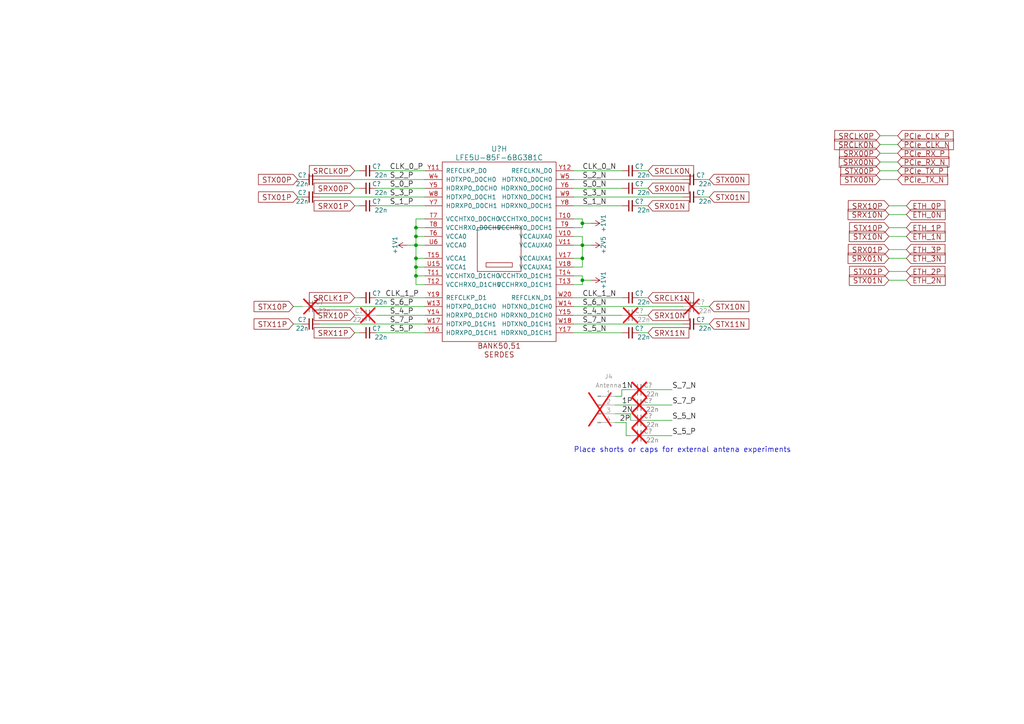
<source format=kicad_sch>
(kicad_sch (version 20231120) (generator "eeschema") (generator_version "8.0")
  (paper "A4")
  (title_block (title "${project_name}") (date "2025-04-05") (rev "${project_version}") (company "${project_creator}") (comment 1 "${project_license}") (comment 2 "License: CERN-OHL-S v2"))
  (junction (at 168.91 64.77))
  (junction (at 120.65 80.01))
  (junction (at 120.65 71.12))
  (junction (at 168.91 81.28))
  (junction (at 120.65 77.47))
  (junction (at 120.65 68.58))
  (junction (at 120.65 66.04))
  (junction (at 168.91 74.93))
  (junction (at 168.91 71.12))
  (junction (at 120.65 74.93))
  (wire (pts (xy 123.19 82.55) (xy 120.65 82.55)))
  (wire (pts (xy 104.14 96.52) (xy 102.87 96.52)))
  (wire (pts (xy 260.35 46.99) (xy 255.27 46.99)))
  (wire (pts (xy 123.19 77.47) (xy 120.65 77.47)))
  (wire (pts (xy 120.65 68.58) (xy 120.65 71.12)))
  (wire (pts (xy 187.96 113.03) (xy 194.945 113.03)))
  (wire (pts (xy 102.87 91.44) (xy 104.14 91.44)))
  (wire (pts (xy 166.37 52.07) (xy 198.12 52.07)))
  (wire (pts (xy 166.37 80.01) (xy 168.91 80.01)))
  (wire (pts (xy 123.19 68.58) (xy 120.65 68.58)))
  (wire (pts (xy 185.42 54.61) (xy 187.96 54.61)))
  (wire (pts (xy 205.74 52.07) (xy 203.2 52.07)))
  (wire (pts (xy 187.96 117.475) (xy 194.945 117.475)))
  (wire (pts (xy 118.11 71.12) (xy 120.65 71.12)))
  (wire (pts (xy 178.435 117.475) (xy 182.88 117.475)))
  (wire (pts (xy 168.91 63.5) (xy 168.91 64.77)))
  (wire (pts (xy 257.81 78.74) (xy 262.89 78.74)))
  (wire (pts (xy 109.22 49.53) (xy 123.19 49.53)))
  (wire (pts (xy 166.37 57.15) (xy 198.12 57.15)))
  (wire (pts (xy 257.81 66.04) (xy 262.89 66.04)))
  (wire (pts (xy 166.37 74.93) (xy 168.91 74.93)))
  (wire (pts (xy 255.27 39.37) (xy 260.35 39.37)))
  (wire (pts (xy 187.96 91.44) (xy 185.42 91.44)))
  (wire (pts (xy 123.19 52.07) (xy 92.71 52.07)))
  (wire (pts (xy 262.89 62.23) (xy 257.81 62.23)))
  (wire (pts (xy 109.22 54.61) (xy 123.19 54.61)))
  (wire (pts (xy 120.65 74.93) (xy 120.65 77.47)))
  (wire (pts (xy 168.91 64.77) (xy 168.91 66.04)))
  (wire (pts (xy 166.37 93.98) (xy 198.12 93.98)))
  (wire (pts (xy 92.71 93.98) (xy 123.19 93.98)))
  (wire (pts (xy 168.91 71.12) (xy 168.91 74.93)))
  (wire (pts (xy 255.27 49.53) (xy 260.35 49.53)))
  (wire (pts (xy 120.65 77.47) (xy 120.65 80.01)))
  (wire (pts (xy 178.435 114.935) (xy 180.34 114.935)))
  (wire (pts (xy 120.65 80.01) (xy 120.65 82.55)))
  (wire (pts (xy 166.37 77.47) (xy 168.91 77.47)))
  (wire (pts (xy 168.91 68.58) (xy 168.91 71.12)))
  (wire (pts (xy 181.61 126.365) (xy 182.88 126.365)))
  (wire (pts (xy 120.65 71.12) (xy 120.65 74.93)))
  (wire (pts (xy 257.81 59.69) (xy 262.89 59.69)))
  (wire (pts (xy 178.435 122.555) (xy 181.61 122.555)))
  (wire (pts (xy 205.74 93.98) (xy 203.2 93.98)))
  (wire (pts (xy 102.87 59.69) (xy 104.14 59.69)))
  (wire (pts (xy 262.89 81.28) (xy 257.81 81.28)))
  (wire (pts (xy 185.42 96.52) (xy 187.96 96.52)))
  (wire (pts (xy 180.34 113.03) (xy 182.88 113.03)))
  (wire (pts (xy 102.87 54.61) (xy 104.14 54.61)))
  (wire (pts (xy 166.37 68.58) (xy 168.91 68.58)))
  (wire (pts (xy 168.91 81.28) (xy 171.45 81.28)))
  (wire (pts (xy 187.96 86.36) (xy 185.42 86.36)))
  (wire (pts (xy 123.19 86.36) (xy 109.22 86.36)))
  (wire (pts (xy 198.12 88.9) (xy 166.37 88.9)))
  (wire (pts (xy 168.91 71.12) (xy 171.45 71.12)))
  (wire (pts (xy 123.19 96.52) (xy 109.22 96.52)))
  (wire (pts (xy 168.91 80.01) (xy 168.91 81.28)))
  (wire (pts (xy 104.14 86.36) (xy 102.87 86.36)))
  (wire (pts (xy 85.09 88.9) (xy 87.63 88.9)))
  (wire (pts (xy 180.34 96.52) (xy 166.37 96.52)))
  (wire (pts (xy 180.34 114.935) (xy 180.34 113.03)))
  (wire (pts (xy 109.22 91.44) (xy 123.19 91.44)))
  (wire (pts (xy 185.42 59.69) (xy 187.96 59.69)))
  (wire (pts (xy 203.2 88.9) (xy 205.74 88.9)))
  (wire (pts (xy 255.27 44.45) (xy 260.35 44.45)))
  (wire (pts (xy 181.61 122.555) (xy 181.61 126.365)))
  (wire (pts (xy 123.19 63.5) (xy 120.65 63.5)))
  (wire (pts (xy 102.87 49.53) (xy 104.14 49.53)))
  (wire (pts (xy 178.435 120.015) (xy 182.88 120.015)))
  (wire (pts (xy 187.96 126.365) (xy 194.945 126.365)))
  (wire (pts (xy 87.63 93.98) (xy 85.09 93.98)))
  (wire (pts (xy 123.19 57.15) (xy 92.71 57.15)))
  (wire (pts (xy 166.37 59.69) (xy 180.34 59.69)))
  (wire (pts (xy 166.37 49.53) (xy 180.34 49.53)))
  (wire (pts (xy 182.88 120.015) (xy 182.88 121.92)))
  (wire (pts (xy 187.96 121.92) (xy 194.945 121.92)))
  (wire (pts (xy 262.89 68.58) (xy 257.81 68.58)))
  (wire (pts (xy 166.37 91.44) (xy 180.34 91.44)))
  (wire (pts (xy 168.91 81.28) (xy 168.91 82.55)))
  (wire (pts (xy 120.65 66.04) (xy 120.65 68.58)))
  (wire (pts (xy 166.37 54.61) (xy 180.34 54.61)))
  (wire (pts (xy 260.35 52.07) (xy 255.27 52.07)))
  (wire (pts (xy 166.37 82.55) (xy 168.91 82.55)))
  (wire (pts (xy 203.2 57.15) (xy 205.74 57.15)))
  (wire (pts (xy 166.37 66.04) (xy 168.91 66.04)))
  (wire (pts (xy 123.19 71.12) (xy 120.65 71.12)))
  (wire (pts (xy 120.65 63.5) (xy 120.65 66.04)))
  (wire (pts (xy 180.34 86.36) (xy 166.37 86.36)))
  (wire (pts (xy 168.91 64.77) (xy 171.45 64.77)))
  (wire (pts (xy 166.37 63.5) (xy 168.91 63.5)))
  (wire (pts (xy 123.19 88.9) (xy 92.71 88.9)))
  (wire (pts (xy 185.42 49.53) (xy 187.96 49.53)))
  (wire (pts (xy 86.36 57.15) (xy 87.63 57.15)))
  (wire (pts (xy 123.19 74.93) (xy 120.65 74.93)))
  (wire (pts (xy 262.89 74.93) (xy 257.81 74.93)))
  (wire (pts (xy 123.19 80.01) (xy 120.65 80.01)))
  (wire (pts (xy 260.35 41.91) (xy 255.27 41.91)))
  (wire (pts (xy 166.37 71.12) (xy 168.91 71.12)))
  (wire (pts (xy 109.22 59.69) (xy 123.19 59.69)))
  (wire (pts (xy 257.81 72.39) (xy 262.89 72.39)))
  (wire (pts (xy 168.91 74.93) (xy 168.91 77.47)))
  (wire (pts (xy 123.19 66.04) (xy 120.65 66.04)))
  (wire (pts (xy 86.36 52.07) (xy 87.63 52.07)))
  (text "Place shorts or caps for external antena experiments" (at 166.37 131.445 0) (effects (font (size 1.524 1.524)) (justify left bottom)))
  (label "S_5_N" (at 168.91 96.52 0) (effects (font (size 1.524 1.524))))
  (label "2N" (at 180.34 120.015 0) (effects (font (size 1.524 1.524))))
  (label "S_7_P" (at 113.03 93.98 0) (effects (font (size 1.524 1.524))))
  (label "CLK_1_P" (at 111.76 86.36 0) (effects (font (size 1.524 1.524))))
  (label "2P" (at 179.705 122.555 0) (effects (font (size 1.524 1.524))))
  (label "S_5_P" (at 194.945 126.365 0) (effects (font (size 1.524 1.524))))
  (label "S_1_P" (at 113.03 59.69 0) (effects (font (size 1.524 1.524))))
  (label "S_3_P" (at 113.03 57.15 0) (effects (font (size 1.524 1.524))))
  (label "CLK_0_P" (at 113.03 49.53 0) (effects (font (size 1.524 1.524))))
  (label "S_0_P" (at 113.03 54.61 0) (effects (font (size 1.524 1.524))))
  (label "S_6_P" (at 113.03 88.9 0) (effects (font (size 1.524 1.524))))
  (label "S_2_P" (at 113.03 52.07 0) (effects (font (size 1.524 1.524))))
  (label "S_4_P" (at 113.03 91.44 0) (effects (font (size 1.524 1.524))))
  (label "S_7_P" (at 194.945 117.475 0) (effects (font (size 1.524 1.524))))
  (label "S_1_N" (at 168.91 59.69 0) (effects (font (size 1.524 1.524))))
  (label "S_3_N" (at 168.91 57.15 0) (effects (font (size 1.524 1.524))))
  (label "CLK_0_N" (at 168.91 49.53 0) (effects (font (size 1.524 1.524))))
  (label "S_2_N" (at 168.91 52.07 0) (effects (font (size 1.524 1.524))))
  (label "S_7_N" (at 194.945 113.03 0) (effects (font (size 1.524 1.524))))
  (label "CLK_1_N" (at 168.91 86.36 0) (effects (font (size 1.524 1.524))))
  (label "S_7_N" (at 168.91 93.98 0) (effects (font (size 1.524 1.524))))
  (label "S_4_N" (at 168.91 91.44 0) (effects (font (size 1.524 1.524))))
  (label "S_6_N" (at 168.91 88.9 0) (effects (font (size 1.524 1.524))))
  (label "1P" (at 180.34 117.475 0) (effects (font (size 1.524 1.524))))
  (label "S_5_P" (at 113.03 96.52 0) (effects (font (size 1.524 1.524))))
  (label "S_5_N" (at 194.945 121.92 0) (effects (font (size 1.524 1.524))))
  (label "S_0_N" (at 168.91 54.61 0) (effects (font (size 1.524 1.524))))
  (label "1N" (at 180.34 113.03 0) (effects (font (size 1.524 1.524))))
  (global_label "PCIe_RX_N" (shape input) (at 260.35 46.99 0) (effects (font (size 1.524 1.524))) (property "Intersheetrefs" "${INTERSHEET_REFS}" (effects (hide yes))))
  (global_label "ETH_3N" (shape input) (at 262.89 74.93 0) (effects (font (size 1.524 1.524))) (property "Intersheetrefs" "${INTERSHEET_REFS}" (effects (hide yes))))
  (global_label "SRX00N" (shape input) (at 255.27 46.99 180) (effects (font (size 1.524 1.524))) (property "Intersheetrefs" "${INTERSHEET_REFS}" (effects (hide yes))))
  (global_label "STX10N" (shape input) (at 205.74 88.9 0) (effects (font (size 1.524 1.524))) (property "Intersheetrefs" "${INTERSHEET_REFS}" (effects (hide yes))))
  (global_label "SRX11N" (shape input) (at 187.96 96.52 0) (effects (font (size 1.524 1.524))) (property "Intersheetrefs" "${INTERSHEET_REFS}" (effects (hide yes))))
  (global_label "STX00N" (shape input) (at 255.27 52.07 180) (effects (font (size 1.524 1.524))) (property "Intersheetrefs" "${INTERSHEET_REFS}" (effects (hide yes))))
  (global_label "PCIe_CLK_P" (shape input) (at 260.35 39.37 0) (effects (font (size 1.524 1.524))) (property "Intersheetrefs" "${INTERSHEET_REFS}" (effects (hide yes))))
  (global_label "PCIe_RX_P" (shape input) (at 260.35 44.45 0) (effects (font (size 1.524 1.524))) (property "Intersheetrefs" "${INTERSHEET_REFS}" (effects (hide yes))))
  (global_label "ETH_0N" (shape input) (at 262.89 62.23 0) (effects (font (size 1.524 1.524))) (property "Intersheetrefs" "${INTERSHEET_REFS}" (effects (hide yes))))
  (global_label "ETH_1P" (shape input) (at 262.89 66.04 0) (effects (font (size 1.524 1.524))) (property "Intersheetrefs" "${INTERSHEET_REFS}" (effects (hide yes))))
  (global_label "SRCLK1N" (shape input) (at 187.96 86.36 0) (effects (font (size 1.524 1.524))) (property "Intersheetrefs" "${INTERSHEET_REFS}" (effects (hide yes))))
  (global_label "ETH_3P" (shape input) (at 262.89 72.39 0) (effects (font (size 1.524 1.524))) (property "Intersheetrefs" "${INTERSHEET_REFS}" (effects (hide yes))))
  (global_label "STX00P" (shape input) (at 255.27 49.53 180) (effects (font (size 1.524 1.524))) (property "Intersheetrefs" "${INTERSHEET_REFS}" (effects (hide yes))))
  (global_label "SRX01N" (shape input) (at 257.81 74.93 180) (effects (font (size 1.524 1.524))) (property "Intersheetrefs" "${INTERSHEET_REFS}" (effects (hide yes))))
  (global_label "STX01N" (shape input) (at 257.81 81.28 180) (effects (font (size 1.524 1.524))) (property "Intersheetrefs" "${INTERSHEET_REFS}" (effects (hide yes))))
  (global_label "SRX11P" (shape input) (at 102.87 96.52 180) (effects (font (size 1.524 1.524))) (property "Intersheetrefs" "${INTERSHEET_REFS}" (effects (hide yes))))
  (global_label "PCIe_TX_N" (shape input) (at 260.35 52.07 0) (effects (font (size 1.524 1.524))) (property "Intersheetrefs" "${INTERSHEET_REFS}" (effects (hide yes))))
  (global_label "STX10P" (shape input) (at 257.81 66.04 180) (effects (font (size 1.524 1.524))) (property "Intersheetrefs" "${INTERSHEET_REFS}" (effects (hide yes))))
  (global_label "STX11N" (shape input) (at 205.74 93.98 0) (effects (font (size 1.524 1.524))) (property "Intersheetrefs" "${INTERSHEET_REFS}" (effects (hide yes))))
  (global_label "ETH_2P" (shape input) (at 262.89 78.74 0) (effects (font (size 1.524 1.524))) (property "Intersheetrefs" "${INTERSHEET_REFS}" (effects (hide yes))))
  (global_label "STX00P" (shape input) (at 86.36 52.07 180) (effects (font (size 1.524 1.524))) (property "Intersheetrefs" "${INTERSHEET_REFS}" (effects (hide yes))))
  (global_label "SRX00P" (shape input) (at 102.87 54.61 180) (effects (font (size 1.524 1.524))) (property "Intersheetrefs" "${INTERSHEET_REFS}" (effects (hide yes))))
  (global_label "ETH_1N" (shape input) (at 262.89 68.58 0) (effects (font (size 1.524 1.524))) (property "Intersheetrefs" "${INTERSHEET_REFS}" (effects (hide yes))))
  (global_label "STX00N" (shape input) (at 205.74 52.07 0) (effects (font (size 1.524 1.524))) (property "Intersheetrefs" "${INTERSHEET_REFS}" (effects (hide yes))))
  (global_label "SRCLK0P" (shape input) (at 102.87 49.53 180) (effects (font (size 1.524 1.524))) (property "Intersheetrefs" "${INTERSHEET_REFS}" (effects (hide yes))))
  (global_label "SRX01N" (shape input) (at 187.96 59.69 0) (effects (font (size 1.524 1.524))) (property "Intersheetrefs" "${INTERSHEET_REFS}" (effects (hide yes))))
  (global_label "STX01N" (shape input) (at 205.74 57.15 0) (effects (font (size 1.524 1.524))) (property "Intersheetrefs" "${INTERSHEET_REFS}" (effects (hide yes))))
  (global_label "SRCLK0N" (shape input) (at 187.96 49.53 0) (effects (font (size 1.524 1.524))) (property "Intersheetrefs" "${INTERSHEET_REFS}" (effects (hide yes))))
  (global_label "SRX10P" (shape input) (at 257.81 59.69 180) (effects (font (size 1.524 1.524))) (property "Intersheetrefs" "${INTERSHEET_REFS}" (effects (hide yes))))
  (global_label "STX01P" (shape input) (at 257.81 78.74 180) (effects (font (size 1.524 1.524))) (property "Intersheetrefs" "${INTERSHEET_REFS}" (effects (hide yes))))
  (global_label "SRCLK0N" (shape input) (at 255.27 41.91 180) (effects (font (size 1.524 1.524))) (property "Intersheetrefs" "${INTERSHEET_REFS}" (effects (hide yes))))
  (global_label "STX10N" (shape input) (at 257.81 68.58 180) (effects (font (size 1.524 1.524))) (property "Intersheetrefs" "${INTERSHEET_REFS}" (effects (hide yes))))
  (global_label "SRX10P" (shape input) (at 102.87 91.44 180) (effects (font (size 1.524 1.524))) (property "Intersheetrefs" "${INTERSHEET_REFS}" (effects (hide yes))))
  (global_label "PCIe_CLK_N" (shape input) (at 260.35 41.91 0) (effects (font (size 1.524 1.524))) (property "Intersheetrefs" "${INTERSHEET_REFS}" (effects (hide yes))))
  (global_label "SRX00N" (shape input) (at 187.96 54.61 0) (effects (font (size 1.524 1.524))) (property "Intersheetrefs" "${INTERSHEET_REFS}" (effects (hide yes))))
  (global_label "STX11P" (shape input) (at 85.09 93.98 180) (effects (font (size 1.524 1.524))) (property "Intersheetrefs" "${INTERSHEET_REFS}" (effects (hide yes))))
  (global_label "SRX10N" (shape input) (at 257.81 62.23 180) (effects (font (size 1.524 1.524))) (property "Intersheetrefs" "${INTERSHEET_REFS}" (effects (hide yes))))
  (global_label "SRX01P" (shape input) (at 102.87 59.69 180) (effects (font (size 1.524 1.524))) (property "Intersheetrefs" "${INTERSHEET_REFS}" (effects (hide yes))))
  (global_label "ETH_2N" (shape input) (at 262.89 81.28 0) (effects (font (size 1.524 1.524))) (property "Intersheetrefs" "${INTERSHEET_REFS}" (effects (hide yes))))
  (global_label "SRCLK1P" (shape input) (at 102.87 86.36 180) (effects (font (size 1.524 1.524))) (property "Intersheetrefs" "${INTERSHEET_REFS}" (effects (hide yes))))
  (global_label "STX10P" (shape input) (at 85.09 88.9 180) (effects (font (size 1.524 1.524))) (property "Intersheetrefs" "${INTERSHEET_REFS}" (effects (hide yes))))
  (global_label "SRX00P" (shape input) (at 255.27 44.45 180) (effects (font (size 1.524 1.524))) (property "Intersheetrefs" "${INTERSHEET_REFS}" (effects (hide yes))))
  (global_label "SRCLK0P" (shape input) (at 255.27 39.37 180) (effects (font (size 1.524 1.524))) (property "Intersheetrefs" "${INTERSHEET_REFS}" (effects (hide yes))))
  (global_label "PCIe_TX_P" (shape input) (at 260.35 49.53 0) (effects (font (size 1.524 1.524))) (property "Intersheetrefs" "${INTERSHEET_REFS}" (effects (hide yes))))
  (global_label "SRX10N" (shape input) (at 187.96 91.44 0) (effects (font (size 1.524 1.524))) (property "Intersheetrefs" "${INTERSHEET_REFS}" (effects (hide yes))))
  (global_label "STX01P" (shape input) (at 86.36 57.15 180) (effects (font (size 1.524 1.524))) (property "Intersheetrefs" "${INTERSHEET_REFS}" (effects (hide yes))))
  (global_label "SRX01P" (shape input) (at 257.81 72.39 180) (effects (font (size 1.524 1.524))) (property "Intersheetrefs" "${INTERSHEET_REFS}" (effects (hide yes))))
  (global_label "ETH_0P" (shape input) (at 262.89 59.69 0) (effects (font (size 1.524 1.524))) (property "Intersheetrefs" "${INTERSHEET_REFS}" (effects (hide yes))))
  (symbol (lib_id "ulx4m-rescue:+2V5-power") (at 171.45 71.12 270) (unit 1)
    (property "Reference" "#PWR0147" (effects (hide yes)))
    (property "Value" "+2V5" (at 175.006 71.12 0))
  )
  (symbol (lib_id "ulx4m-rescue:+1V1-power") (at 171.45 64.77 270) (unit 1)
    (property "Reference" "#PWR?" (effects (hide yes)))
    (property "Value" "+1V1" (at 175.006 64.77 0))
    (instances (project "" (path "" (reference "#PWR?") (unit 1)) (path "" (reference "#PWR0179") (unit 1))))
  )
  (symbol (lib_id "ulx4m-rescue:+1V1-power") (at 118.11 71.12 90) (unit 1)
    (property "Reference" "#PWR?" (effects (hide yes)))
    (property "Value" "+1V1" (at 114.554 71.12 0))
    (instances (project "" (path "" (reference "#PWR?") (unit 1)) (path "" (reference "#PWR0180") (unit 1))))
  )
  (symbol (lib_id "ulx4m-rescue:+1V1-power") (at 171.45 81.28 270) (unit 1)
    (property "Reference" "#PWR?" (effects (hide yes)))
    (property "Value" "+1V1" (at 175.006 81.28 0))
    (instances (project "" (path "" (reference "#PWR?") (unit 1)) (path "" (reference "#PWR0181") (unit 1))))
  )
  (symbol (lib_id "lfe5bg381:LFE5UM-85F-6BG381C") (at 144.78 72.39 0) (unit 8)
    (property "Reference" "U?" (at 144.78 43.18 0) (effects (font (size 1.524 1.524))))
    (property "Value" "LFE5U-85F-6BG381C" (at 144.78 45.72 0) (effects (font (size 1.524 1.524))))
    (property "Footprint" "lfe5bg381:BGA-381_pitch0.8mm_dia0.4mm" (effects (hide yes)))
    (property "Datasheet" "http://www.latticesemi.com/~/media/LatticeSemi/Documents/DataSheets/ECP5/FPGA-DS-02012.pdf" (effects (hide yes)))
    (property "MFG1" "Lattice" (effects (hide yes)))
    (property "MNF1_URL" "www.latticesemi.com" (effects (hide yes)))
    (property "MPN" "LFE5U-85F-6BG381C" (effects (hide yes)))
    (property "MFG2" "Lattice" (effects (hide yes)))
    (property "MNF2_URL" "www.latticesemi.com" (effects (hide yes)))
    (property "MP_N2" "LFE5U-12F-6BG381C" (effects (hide yes)))
    (property "Mouser" "842-LFE5U85F6BG381C" (effects (hide yes)))
    (property "price100_Mouse" "22.82$" (effects (hide yes)))
    (property "Digikey" "220-2177-ND" (effects (hide yes)))
    (property "Digike_y2" "220-2071-ND" (effects (hide yes)))
    (property "LCSC" "C446029" (effects (hide yes)))
    (property "LowCost" "842-LFE5U12F6BG381C" (effects (hide yes)))
    (property "Koncar" "FU004" (effects (hide yes)))
    (property "Side" "T" (effects (hide yes)))
    (property "Mouser_URL" "www.mouser.com" (effects (hide yes)))
    (instances (project "" (path "" (reference "U?") (unit 8)) (path "" (reference "U?") (unit 8)) (path "" (reference "U1") (unit 8))))
  )
  (symbol (lib_id "Device:C_Small") (at 106.68 49.53 90) (unit 1)
    (property "Reference" "C?" (at 109.22 48.26 90))
    (property "Value" "22n" (at 110.49 50.8 90))
    (property "Footprint" "Capacitor_SMD:C_0402_1005Metric" (effects (hide yes)))
    (instances (project "" (path "" (reference "C?") (unit 1)) (path "" (reference "C59") (unit 1))))
  )
  (symbol (lib_id "Device:C_Small") (at 106.68 54.61 90) (unit 1)
    (property "Reference" "C?" (at 109.22 53.34 90))
    (property "Value" "22n" (at 110.49 55.88 90))
    (property "Footprint" "Capacitor_SMD:C_0402_1005Metric" (effects (hide yes)))
    (instances (project "" (path "" (reference "C?") (unit 1)) (path "" (reference "C61") (unit 1))))
  )
  (symbol (lib_id "Device:C_Small") (at 106.68 59.69 90) (unit 1)
    (property "Reference" "C?" (at 109.22 58.42 90))
    (property "Value" "22n" (at 110.49 60.96 90))
    (property "Footprint" "Capacitor_SMD:C_0402_1005Metric" (effects (hide yes)))
    (instances (project "" (path "" (reference "C?") (unit 1)) (path "" (reference "C62") (unit 1))))
  )
  (symbol (lib_id "Device:C_Small") (at 182.88 49.53 90) (unit 1)
    (property "Reference" "C?" (at 185.42 48.26 90))
    (property "Value" "22n" (at 186.69 50.8 90))
    (property "Footprint" "Capacitor_SMD:C_0402_1005Metric" (effects (hide yes)))
    (instances (project "" (path "" (reference "C?") (unit 1)) (path "" (reference "C66") (unit 1))))
  )
  (symbol (lib_id "Device:C_Small") (at 182.88 54.61 90) (unit 1)
    (property "Reference" "C?" (at 185.42 53.34 90))
    (property "Value" "22n" (at 186.69 55.88 90))
    (property "Footprint" "Capacitor_SMD:C_0402_1005Metric" (effects (hide yes)))
    (instances (project "" (path "" (reference "C?") (unit 1)) (path "" (reference "C67") (unit 1))))
  )
  (symbol (lib_id "Device:C_Small") (at 182.88 59.69 90) (unit 1)
    (property "Reference" "C?" (at 185.42 58.42 90))
    (property "Value" "22n" (at 186.69 60.96 90))
    (property "Footprint" "Capacitor_SMD:C_0402_1005Metric" (effects (hide yes)))
    (instances (project "" (path "" (reference "C?") (unit 1)) (path "" (reference "C68") (unit 1))))
  )
  (symbol (lib_id "Device:C_Small") (at 90.17 88.9 90) (unit 1) (exclude_from_sim yes) (in_bom no) (on_board no) (dnp yes)
    (property "Reference" "C?" (at 92.71 87.63 90))
    (property "Value" "22n" (at 93.98 90.17 90))
    (property "PLACE" "DNP" (effects (hide yes)))
    (instances (project "" (path "" (reference "C?") (unit 1)) (path "" (reference "C64") (unit 1))))
  )
  (symbol (lib_id "Device:C_Small") (at 106.68 96.52 90) (unit 1)
    (property "Reference" "C?" (at 109.22 95.25 90))
    (property "Value" "22n" (at 110.49 97.79 90))
    (property "Footprint" "Capacitor_SMD:C_0402_1005Metric" (effects (hide yes)))
    (instances (project "" (path "" (reference "C?") (unit 1)) (path "" (reference "C65") (unit 1))))
  )
  (symbol (lib_id "Device:C_Small") (at 200.66 88.9 90) (unit 1) (exclude_from_sim yes) (in_bom no) (on_board no) (dnp yes)
    (property "Reference" "C?" (at 203.2 87.63 90))
    (property "Value" "22n" (at 204.47 90.17 90))
    (property "PLACE" "DNP" (effects (hide yes)))
    (instances (project "" (path "" (reference "C?") (unit 1)) (path "" (reference "C70") (unit 1))))
  )
  (symbol (lib_id "Device:C_Small") (at 182.88 96.52 90) (unit 1)
    (property "Reference" "C?" (at 185.42 95.25 90))
    (property "Value" "22n" (at 186.69 97.79 90))
    (property "Footprint" "Capacitor_SMD:C_0402_1005Metric" (effects (hide yes)))
    (instances (project "" (path "" (reference "C?") (unit 1)) (path "" (reference "C71") (unit 1))))
  )
  (symbol (lib_id "Device:C_Small") (at 106.68 86.36 90) (unit 1)
    (property "Reference" "C?" (at 109.22 85.09 90))
    (property "Value" "22n" (at 110.49 87.63 90))
    (property "Footprint" "Capacitor_SMD:C_0402_1005Metric" (effects (hide yes)))
    (instances (project "" (path "" (reference "C?") (unit 1)) (path "" (reference "C63") (unit 1))))
  )
  (symbol (lib_id "Device:C_Small") (at 182.88 86.36 90) (unit 1)
    (property "Reference" "C?" (at 185.42 85.09 90))
    (property "Value" "22n" (at 186.69 87.63 90))
    (property "Footprint" "Capacitor_SMD:C_0402_1005Metric" (effects (hide yes)))
    (instances (project "" (path "" (reference "C?") (unit 1)) (path "" (reference "C69") (unit 1))))
  )
  (symbol (lib_id "Device:C_Small") (at 90.17 52.07 90) (unit 1)
    (property "Reference" "C?" (at 87.63 50.8 90))
    (property "Value" "22n" (at 87.63 53.34 90))
    (property "Footprint" "Capacitor_SMD:C_0402_1005Metric" (effects (hide yes)))
    (instances (project "" (path "" (reference "C?") (unit 1)) (path "" (reference "C55") (unit 1))))
  )
  (symbol (lib_id "Device:C_Small") (at 90.17 57.15 90) (unit 1)
    (property "Reference" "C?" (at 87.63 55.88 90))
    (property "Value" "22n" (at 87.63 58.42 90))
    (property "Footprint" "Capacitor_SMD:C_0402_1005Metric" (effects (hide yes)))
    (instances (project "" (path "" (reference "C?") (unit 1)) (path "" (reference "C56") (unit 1))))
  )
  (symbol (lib_id "Device:C_Small") (at 200.66 57.15 90) (unit 1)
    (property "Reference" "C?" (at 203.2 55.88 90))
    (property "Value" "22n" (at 204.47 58.42 90))
    (property "Footprint" "Capacitor_SMD:C_0402_1005Metric" (effects (hide yes)))
    (instances (project "" (path "" (reference "C?") (unit 1)) (path "" (reference "C73") (unit 1))))
  )
  (symbol (lib_id "Device:C_Small") (at 200.66 52.07 90) (unit 1)
    (property "Reference" "C?" (at 203.2 50.8 90))
    (property "Value" "22n" (at 204.47 53.34 90))
    (property "Footprint" "Capacitor_SMD:C_0402_1005Metric" (effects (hide yes)))
    (instances (project "" (path "" (reference "C?") (unit 1)) (path "" (reference "C72") (unit 1))))
  )
  (symbol (lib_id "Device:C_Small") (at 90.17 93.98 90) (unit 1)
    (property "Reference" "C?" (at 87.63 92.71 90))
    (property "Value" "22n" (at 87.63 95.25 90))
    (property "Footprint" "Capacitor_SMD:C_0402_1005Metric" (effects (hide yes)))
    (instances (project "" (path "" (reference "C?") (unit 1)) (path "" (reference "C58") (unit 1))))
  )
  (symbol (lib_id "Device:C_Small") (at 106.68 91.44 90) (unit 1) (exclude_from_sim yes) (in_bom no) (on_board no) (dnp yes)
    (property "Reference" "C?" (at 104.14 90.17 90))
    (property "Value" "22n" (at 104.14 92.71 90))
    (property "PLACE" "DNP" (effects (hide yes)))
    (instances (project "" (path "" (reference "C?") (unit 1)) (path "" (reference "C57") (unit 1))))
  )
  (symbol (lib_id "Device:C_Small") (at 182.88 91.44 90) (unit 1) (exclude_from_sim yes) (in_bom no) (on_board no) (dnp yes)
    (property "Reference" "C?" (at 185.42 90.17 90))
    (property "Value" "22n" (at 186.69 92.71 90))
    (property "PLACE" "DNP" (effects (hide yes)))
    (instances (project "" (path "" (reference "C?") (unit 1)) (path "" (reference "C74") (unit 1))))
  )
  (symbol (lib_id "Device:C_Small") (at 200.66 93.98 90) (unit 1)
    (property "Reference" "C?" (at 203.2 92.71 90))
    (property "Value" "22n" (at 204.47 95.25 90))
    (property "Footprint" "Capacitor_SMD:C_0402_1005Metric" (effects (hide yes)))
    (instances (project "" (path "" (reference "C?") (unit 1)) (path "" (reference "C75") (unit 1))))
  )
  (symbol (lib_id "Device:C_Small") (at 185.42 113.03 90) (unit 1) (in_bom no) (dnp yes)
    (property "Reference" "C?" (at 187.96 111.76 90))
    (property "Value" "22n" (at 189.23 114.3 90))
    (property "Footprint" "Capacitor_SMD:C_0201_0603Metric" (effects (hide yes)))
    (property "PLACE" "DNP" (effects (hide yes)))
    (instances (project "" (path "" (reference "C?") (unit 1)) (path "" (reference "C91") (unit 1))))
  )
  (symbol (lib_id "Device:C_Small") (at 185.42 117.475 90) (unit 1) (in_bom no) (dnp yes)
    (property "Reference" "C?" (at 187.96 116.205 90))
    (property "Value" "22n" (at 189.23 118.745 90))
    (property "Footprint" "Capacitor_SMD:C_0201_0603Metric" (effects (hide yes)))
    (property "PLACE" "DNP" (effects (hide yes)))
    (instances (project "" (path "" (reference "C?") (unit 1)) (path "" (reference "C92") (unit 1))))
  )
  (symbol (lib_id "Device:C_Small") (at 185.42 121.92 90) (unit 1) (in_bom no) (dnp yes)
    (property "Reference" "C?" (at 187.96 120.65 90))
    (property "Value" "22n" (at 189.23 123.19 90))
    (property "Footprint" "Capacitor_SMD:C_0201_0603Metric" (effects (hide yes)))
    (property "PLACE" "DNP" (effects (hide yes)))
    (instances (project "" (path "" (reference "C?") (unit 1)) (path "" (reference "C93") (unit 1))))
  )
  (symbol (lib_id "Device:C_Small") (at 185.42 126.365 90) (unit 1) (in_bom no) (dnp yes)
    (property "Reference" "C?" (at 187.96 125.095 90))
    (property "Value" "22n" (at 189.23 127.635 90))
    (property "Footprint" "Capacitor_SMD:C_0201_0603Metric" (effects (hide yes)))
    (property "PLACE" "DNP" (effects (hide yes)))
    (instances (project "" (path "" (reference "C?") (unit 1)) (path "" (reference "C94") (unit 1))))
  )
  (symbol (lib_id "ulx4m-rescue:Conn_01x04_Male-Connector") (at 173.355 117.475 0) (unit 1) (in_bom no) (dnp yes)
    (property "Reference" "J4" (at 176.53 109.22 0))
    (property "Value" "Antenna" (at 176.53 111.76 0))
    (property "Footprint" "Connector_PinHeader_2.54mm:PinHeader_1x04_P2.54mm_Vertical" (effects (hide yes)))
    (property "PLACE" "DNP" (effects (hide yes)))
  )
)
</source>
